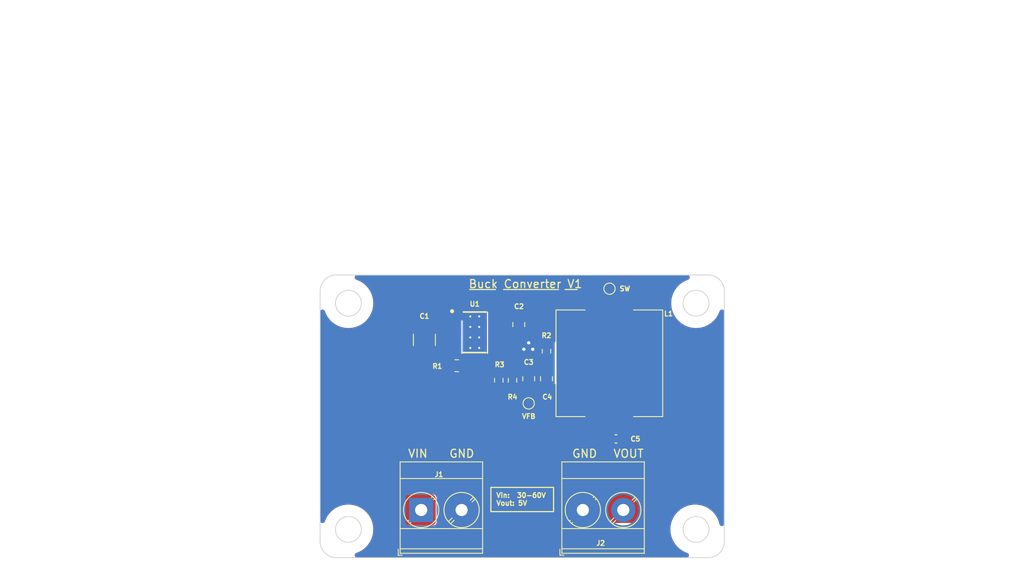
<source format=kicad_pcb>
(kicad_pcb (version 20221018) (generator pcbnew)
  (layers (0 "F.Cu" signal) (31 "B.Cu" signal) (34 "B.Paste" user) (35 "F.Paste" user) (36 "B.SilkS" user "B.Silkscreen") (37 "F.SilkS" user "F.Silkscreen") (38 "B.Mask" user) (39 "F.Mask" user) (44 "Edge.Cuts" user))
  (net 0 "")
  (net 1 "Net-(U1-SW)")
  (net 2 "Net-(U1-BST)")
  (net 3 "+5V")
  (net 4 "Net-(C3-Pad2)")
  (net 5 "Net-(U1-FB)")
  (net 6 "GND")
  (net 7 "VCC")
  (net 8 "Net-(U1-RON)")
  (footprint "1-Capacitor:C_0805_2012Metric" (layer "F.Cu") (at 161.1 120.85 90)
    (fp_text reference "C3" (at 2.05 -2.2 180) (layer "F.SilkS") (effects (font (size 0.6 0.6) (thickness 0.14))))
    (fp_text value "2.2nF 50V" hide)
    (fp_line (start -0.261252 -0.735) (end 0.261252 -0.735) (stroke (width 0.12)) (layer "F.SilkS"))
    (fp_line (start -0.261252 0.735) (end 0.261252 0.735) (stroke (width 0.12)) (layer "F.SilkS"))
    (pad "1" smd roundrect (at -0.95 0 90) (size 1 1.45) (layers "F.Cu" "F.Paste" "F.Mask") (net 3 "+5V"))
    (pad "2" smd roundrect (at 0.95 0 90) (size 1 1.45) (layers "F.Cu" "F.Paste" "F.Mask") (net 4 "Net-(C3-Pad2)"))
  )
  (footprint "1-Inductor:DR127" (layer "F.Cu") (at 168.875002 118.934999 -90)
    (fp_text reference "L1" (at -6.134999 -7.324998 -180) (layer "F.SilkS") (effects (font (size 0.6 0.6) (thickness 0.14))))
    (fp_text value "SMDRI127-331MT")
    (fp_line (start -6.6 -6.6) (end 6.6 -6.6) (stroke (width 0.12)) (layer "F.SilkS"))
    (fp_line (start -6.6 -3) (end -6.6 -6.6) (stroke (width 0.12)) (layer "F.SilkS"))
    (fp_line (start -6.6 6.6) (end -6.6 3) (stroke (width 0.12)) (layer "F.SilkS"))
    (fp_line (start 6.6 -6.6) (end 6.6 -3) (stroke (width 0.12)) (layer "F.SilkS"))
    (fp_line (start 6.6 3) (end 6.6 6.6) (stroke (width 0.12)) (layer "F.SilkS"))
    (fp_line (start 6.6 6.6) (end -6.6 6.6) (stroke (width 0.12)) (layer "F.SilkS"))
    (pad "1" smd rect (at -5.5 0 270) (size 3.9 5.4) (layers "F.Cu" "F.Paste" "F.Mask") (net 1 "Net-(U1-SW)"))
    (pad "2" smd rect (at 5.5 0 270) (size 3.9 5.4) (layers "F.Cu" "F.Paste" "F.Mask") (net 3 "+5V"))
  )
  (footprint "1-Terminal-Block:AK700-DG129-1x02_P5.00mm" (layer "F.Cu") (at 145.6 137.1)
    (fp_text reference "J1" (at 2.2 -4.4) (layer "F.SilkS") (effects (font (size 0.6 0.6) (thickness 0.14))))
    (fp_text value "IN")
    (fp_line (start -2.84 4.86) (end -2.84 5.6) (stroke (width 0.12)) (layer "F.SilkS"))
    (fp_line (start -2.84 5.6) (end -2.34 5.6) (stroke (width 0.12)) (layer "F.SilkS"))
    (fp_line (start -2.6 -5.96) (end -2.6 5.36) (stroke (width 0.12)) (layer "F.SilkS"))
    (fp_line (start -2.6 -5.96) (end 7.6 -5.96) (stroke (width 0.12)) (layer "F.SilkS"))
    (fp_line (start -2.6 -3.9) (end 7.6 -3.9) (stroke (width 0.12)) (layer "F.SilkS"))
    (fp_line (start -2.6 2.3) (end 7.6 2.3) (stroke (width 0.12)) (layer "F.SilkS"))
    (fp_line (start -2.6 4.8) (end 7.6 4.8) (stroke (width 0.12)) (layer "F.SilkS"))
    (fp_line (start -2.6 5.36) (end 7.6 5.36) (stroke (width 0.12)) (layer "F.SilkS"))
    (fp_line (start -1.548 1.281) (end -1.654 1.388) (stroke (width 0.12)) (layer "F.SilkS"))
    (fp_line (start -1.282 1.547) (end -1.388 1.654) (stroke (width 0.12)) (layer "F.SilkS"))
    (fp_line (start 1.388 -1.654) (end 1.281 -1.547) (stroke (width 0.12)) (layer "F.SilkS"))
    (fp_line (start 1.654 -1.388) (end 1.547 -1.281) (stroke (width 0.12)) (layer "F.SilkS"))
    (fp_line (start 3.822 0.992) (end 3.427 1.388) (stroke (width 0.12)) (layer "F.SilkS"))
    (fp_line (start 4.073 1.274) (end 3.693 1.654) (stroke (width 0.12)) (layer "F.SilkS"))
    (fp_line (start 6.468 -1.59) (end 6.088 -1.21) (stroke (width 0.12)) (layer "F.SilkS"))
    (fp_line (start 6.6975 -1.388) (end 6.3025 -0.992) (stroke (width 0.12)) (layer "F.SilkS"))
    (fp_line (start 7.6 -5.96) (end 7.6 5.36) (stroke (width 0.12)) (layer "F.SilkS"))
    (fp_circle (center 0 0) (end 2.18 0) (stroke (width 0.12)) (fill none) (layer "F.SilkS"))
    (fp_circle (center 5 0) (end 7.18 0) (stroke (width 0.12)) (fill none) (layer "F.SilkS"))
    (pad "1" thru_hole rect (at 0 0) (size 3 3) (drill 1.5) (layers "*.Cu" "*.Mask") (net 7 "VCC"))
    (pad "2" thru_hole circle (at 5 0) (size 3 3) (drill 1.5) (layers "*.Cu" "*.Mask") (net 6 "GND"))
  )
  (footprint "1-Terminal-Block:AK700-DG129-1x02_P5.00mm" (layer "F.Cu") (at 165.6 137.1)
    (fp_text reference "J2" (at 2.2 4.1) (layer "F.SilkS") (effects (font (size 0.6 0.6) (thickness 0.14))))
    (fp_text value "Out")
    (fp_line (start -2.84 4.86) (end -2.84 5.6) (stroke (width 0.12)) (layer "F.SilkS"))
    (fp_line (start -2.84 5.6) (end -2.34 5.6) (stroke (width 0.12)) (layer "F.SilkS"))
    (fp_line (start -2.6 -5.96) (end -2.6 5.36) (stroke (width 0.12)) (layer "F.SilkS"))
    (fp_line (start -2.6 -5.96) (end 7.6 -5.96) (stroke (width 0.12)) (layer "F.SilkS"))
    (fp_line (start -2.6 -3.9) (end 7.6 -3.9) (stroke (width 0.12)) (layer "F.SilkS"))
    (fp_line (start -2.6 2.3) (end 7.6 2.3) (stroke (width 0.12)) (layer "F.SilkS"))
    (fp_line (start -2.6 4.8) (end 7.6 4.8) (stroke (width 0.12)) (layer "F.SilkS"))
    (fp_line (start -2.6 5.36) (end 7.6 5.36) (stroke (width 0.12)) (layer "F.SilkS"))
    (fp_line (start -1.548 1.281) (end -1.654 1.388) (stroke (width 0.12)) (layer "F.SilkS"))
    (fp_line (start -1.282 1.547) (end -1.388 1.654) (stroke (width 0.12)) (layer "F.SilkS"))
    (fp_line (start 1.388 -1.654) (end 1.281 -1.547) (stroke (width 0.12)) (layer "F.SilkS"))
    (fp_line (start 1.654 -1.388) (end 1.547 -1.281) (stroke (width 0.12)) (layer "F.SilkS"))
    (fp_line (start 3.822 0.992) (end 3.427 1.388) (stroke (width 0.12)) (layer "F.SilkS"))
    (fp_line (start 4.073 1.274) (end 3.693 1.654) (stroke (width 0.12)) (layer "F.SilkS"))
    (fp_line (start 6.468 -1.59) (end 6.088 -1.21) (stroke (width 0.12)) (layer "F.SilkS"))
    (fp_line (start 6.6975 -1.388) (end 6.3025 -0.992) (stroke (width 0.12)) (layer "F.SilkS"))
    (fp_line (start 7.6 -5.96) (end 7.6 5.36) (stroke (width 0.12)) (layer "F.SilkS"))
    (fp_circle (center 0 0) (end 2.18 0) (stroke (width 0.12)) (fill none) (layer "F.SilkS"))
    (fp_circle (center 5 0) (end 7.18 0) (stroke (width 0.12)) (fill none) (layer "F.SilkS"))
    (pad "1" thru_hole rect (at 0 0) (size 3 3) (drill 1.5) (layers "*.Cu" "*.Mask") (net 6 "GND"))
    (pad "2" thru_hole circle (at 5 0) (size 3 3) (drill 1.5) (layers "*.Cu" "*.Mask") (net 3 "+5V"))
  )
  (footprint "1-Resistor:R_0805_2012Metric" (layer "F.Cu") (at 150 119.234999)
    (fp_text reference "R1" (at -2.4 0.065001 180) (layer "F.SilkS") (effects (font (size 0.6 0.6) (thickness 0.14))))
    (fp_text value "43k" hide)
    (fp_line (start -0.227064 -0.735) (end 0.227064 -0.735) (stroke (width 0.12)) (layer "F.SilkS"))
    (fp_line (start -0.227064 0.735) (end 0.227064 0.735) (stroke (width 0.12)) (layer "F.SilkS"))
    (pad "1" smd roundrect (at -0.9125 0) (size 1.025 1.4) (layers "F.Cu" "F.Paste" "F.Mask") (roundrect_rratio 0.243902439) (net 8 "Net-(U1-RON)"))
    (pad "2" smd roundrect (at 0.9125 0) (size 1.025 1.4) (layers "F.Cu" "F.Paste" "F.Mask") (roundrect_rratio 0.243902439) (net 6 "GND"))
  )
  (footprint "1-Capacitor:C_1210_3225Metric_Mod" (layer "F.Cu") (at 146 116.034999 -90)
    (fp_text reference "C1" (at -2.934999 0 -180) (layer "F.SilkS") (effects (font (size 0.6 0.6) (thickness 0.14))))
    (fp_text value "2.2uF 100V" hide)
    (fp_line (start -0.711252 -1.36) (end 0.711252 -1.36) (stroke (width 0.12)) (layer "F.SilkS"))
    (fp_line (start -0.711252 1.36) (end 0.711252 1.36) (stroke (width 0.12)) (layer "F.SilkS"))
    (pad "1" smd roundrect (at -1.5 0 270) (size 1.5 2.7) (layers "F.Cu" "F.Paste" "F.Mask") (roundrect_rratio 0.2173913333) (net 7 "VCC"))
    (pad "2" smd roundrect (at 1.5 0 270) (size 1.54 2.7) (layers "F.Cu" "F.Paste" "F.Mask") (roundrect_rratio 0.2173909091) (net 6 "GND"))
  )
  (footprint "1-Resistor:R_0603_1608Metric" (layer "F.Cu") (at 161.1 117.434999 -90)
    (fp_text reference "R2" (at -1.934999 0 -180) (layer "F.SilkS") (effects (font (size 0.6 0.6) (thickness 0.14))))
    (fp_text value "316k" hide)
    (fp_line (start -0.237258 -0.5225) (end 0.237258 -0.5225) (stroke (width 0.12)) (layer "F.SilkS"))
    (fp_line (start -0.237258 0.5225) (end 0.237258 0.5225) (stroke (width 0.12)) (layer "F.SilkS"))
    (pad "1" smd roundrect (at -0.825 0 270) (size 0.8 0.95) (layers "F.Cu" "F.Paste" "F.Mask") (net 1 "Net-(U1-SW)"))
    (pad "2" smd roundrect (at 0.825 0 270) (size 0.8 0.95) (layers "F.Cu" "F.Paste" "F.Mask") (net 4 "Net-(C3-Pad2)"))
  )
  (footprint "1-Resistor:R_0603_1608Metric" (layer "F.Cu") (at 155.2 121.034999 -90)
    (fp_text reference "R4" (at 2.065001 -1.7 -180) (layer "F.SilkS") (effects (font (size 0.6 0.6) (thickness 0.14))))
    (fp_text value "100k" hide)
    (fp_line (start -0.237258 -0.5225) (end 0.237258 -0.5225) (stroke (width 0.12)) (layer "F.SilkS"))
    (fp_line (start -0.237258 0.5225) (end 0.237258 0.5225) (stroke (width 0.12)) (layer "F.SilkS"))
    (pad "1" smd roundrect (at -0.825 0 270) (size 0.8 0.95) (layers "F.Cu" "F.Paste" "F.Mask") (net 5 "Net-(U1-FB)"))
    (pad "2" smd roundrect (at 0.825 0 270) (size 0.8 0.95) (layers "F.Cu" "F.Paste" "F.Mask") (net 6 "GND"))
  )
  (footprint "1-Resistor:R_0603_1608Metric" (layer "F.Cu") (at 156.9 121.034999 90)
    (fp_text reference "R3" (at 1.934999 -1.6 180) (layer "F.SilkS") (effects (font (size 0.6 0.6) (thickness 0.14))))
    (fp_text value "316k" hide)
    (fp_line (start -0.237258 -0.5225) (end 0.237258 -0.5225) (stroke (width 0.12)) (layer "F.SilkS"))
    (fp_line (start -0.237258 0.5225) (end 0.237258 0.5225) (stroke (width 0.12)) (layer "F.SilkS"))
    (pad "1" smd roundrect (at -0.825 0 90) (size 0.8 0.95) (layers "F.Cu" "F.Paste" "F.Mask") (net 3 "+5V"))
    (pad "2" smd roundrect (at 0.825 0 90) (size 0.8 0.95) (layers "F.Cu" "F.Paste" "F.Mask") (net 5 "Net-(U1-FB)"))
  )
  (footprint "TestPoint:TestPoint_Pad_D1.0mm" (layer "F.Cu") (at 168.9 109.7 -90)
    (fp_text reference "TP2" hide)
    (fp_text value "SW" (at 0 -1.9 -180) (layer "F.SilkS") (effects (font (size 0.6 0.6) (thickness 0.14))))
    (fp_circle (center 0 0) (end 0 0.7) (stroke (width 0.12)) (fill none) (layer "F.SilkS"))
    (pad "1" smd circle (at 0 0 270) (size 1 1) (layers "F.Cu" "F.Mask") (net 1 "Net-(U1-SW)"))
  )
  (footprint "1-Package_SO:DDA0008E_M" (layer "F.Cu") (at 152.225001 115.085)
    (fp_text reference "U1" (at 0 -3.485 unlocked) (layer "F.SilkS") (effects (font (size 0.6 0.6) (thickness 0.14))))
    (fp_text value "LM5163")
    (fp_line (start -1.4 -2.5) (end 1.4 -2.5) (stroke (width 0.2)) (layer "F.SilkS"))
    (fp_line (start -1.4 2.524999) (end 1.4 2.524999) (stroke (width 0.2)) (layer "F.SilkS"))
    (fp_circle (center -2.8 -2.6) (end -2.6 -2.6) (stroke (width 0.1)) (fill solid) (layer "F.SilkS"))
    (pad "1" smd rect (at -2.825001 -1.905 90) (size 0.650001 1.649999) (layers "F.Cu" "F.Paste" "F.Mask") (net 6 "GND"))
    (pad "2" smd rect (at -2.825001 -0.635 90) (size 0.650001 1.649999) (layers "F.Cu" "F.Paste" "F.Mask") (net 7 "VCC"))
    (pad "3" smd rect (at -2.825001 0.635 90) (size 0.650001 1.649999) (layers "F.Cu" "F.Paste" "F.Mask") (net 7 "VCC"))
    (pad "4" smd rect (at -2.825001 1.905 90) (size 0.650001 1.649999) (layers "F.Cu" "F.Paste" "F.Mask") (net 8 "Net-(U1-RON)"))
    (pad "5" smd rect (at 2.824998 1.905 90) (size 0.650001 1.649999) (layers "F.Cu" "F.Paste" "F.Mask") (net 5 "Net-(U1-FB)"))
    (pad "6" smd rect (at 2.824998 0.635 90) (size 0.650001 1.649999) (layers "F.Cu" "F.Paste" "F.Mask"))
    (pad "7" smd rect (at 2.824998 -0.635 90) (size 0.650001 1.649999) (layers "F.Cu" "F.Paste" "F.Mask") (net 2 "Net-(U1-BST)"))
    (pad "8" smd rect (at 2.824998 -1.905 90) (size 0.650001 1.649999) (layers "F.Cu" "F.Paste" "F.Mask") (net 1 "Net-(U1-SW)"))
    (pad "9" smd rect (at 0 0) (size 2.949999 4.900001) (layers "F.Cu") (net 6 "GND"))
    (pad "10" thru_hole circle (at -0.549999 -0.650001) (size 0.6 0.6) (drill 0.25) (layers "*.Cu" "*.Mask") (net 6 "GND"))
    (pad "11" thru_hole circle (at 0.550001 -0.650001) (size 0.6 0.6) (drill 0.25) (layers "*.Cu" "*.Mask") (net 6 "GND"))
    (pad "12" thru_hole circle (at -0.549999 0.650001) (size 0.6 0.6) (drill 0.25) (layers "*.Cu" "*.Mask") (net 6 "GND"))
    (pad "13" thru_hole circle (at 0.550001 0.650001) (size 0.6 0.6) (drill 0.25) (layers "*.Cu" "*.Mask") (net 6 "GND"))
    (pad "14" thru_hole circle (at 0.550001 -1.950001) (size 0.6 0.6) (drill 0.25) (layers "*.Cu" "*.Mask") (net 6 "GND"))
    (pad "15" thru_hole circle (at -0.549999 -1.950001) (size 0.6 0.6) (drill 0.25) (layers "*.Cu" "*.Mask") (net 6 "GND"))
    (pad "16" thru_hole circle (at -0.549999 1.950001) (size 0.6 0.6) (drill 0.25) (layers "*.Cu" "*.Mask") (net 6 "GND"))
    (pad "17" thru_hole circle (at 0.550001 1.950001) (size 0.6 0.6) (drill 0.25) (layers "*.Cu" "*.Mask") (net 6 "GND"))
  )
  (footprint "1-Capacitor:C_0805_2012Metric" (layer "F.Cu") (at 157.675002 114.134999 -90)
    (fp_text reference "C2" (at -2.234999 -0.024998 -180) (layer "F.SilkS") (effects (font (size 0.6 0.6) (thickness 0.14))))
    (fp_text value "2.2nF 50V" hide)
    (fp_line (start -0.261252 -0.735) (end 0.261252 -0.735) (stroke (width 0.12)) (layer "F.SilkS"))
    (fp_line (start -0.261252 0.735) (end 0.261252 0.735) (stroke (width 0.12)) (layer "F.SilkS"))
    (pad "1" smd roundrect (at -0.95 0 270) (size 1 1.45) (layers "F.Cu" "F.Paste" "F.Mask") (net 1 "Net-(U1-SW)"))
    (pad "2" smd roundrect (at 0.95 0 270) (size 1 1.45) (layers "F.Cu" "F.Paste" "F.Mask") (net 2 "Net-(U1-BST)"))
  )
  (footprint "TestPoint:TestPoint_Pad_D1.0mm" (layer "F.Cu") (at 158.9 123.9 -90)
    (fp_text reference "TP1" hide)
    (fp_text value "VFB" (at 1.6 0 -180) (layer "F.SilkS") (effects (font (size 0.6 0.6) (thickness 0.14))))
    (fp_circle (center 0 0) (end 0 0.7) (stroke (width 0.12)) (fill none) (layer "F.SilkS"))
    (pad "1" smd circle (at 0 0 270) (size 1 1) (layers "F.Cu" "F.Mask") (net 5 "Net-(U1-FB)"))
  )
  (footprint "1-Capacitor:C_0805_2012Metric" (layer "F.Cu") (at 158.9 120.85 -90)
    (fp_text reference "C4" (at 2.25 -2.3 -180) (layer "F.SilkS") (effects (font (size 0.6 0.6) (thickness 0.14))))
    (fp_text value "56pF 50V" hide)
    (fp_line (start -0.261252 -0.735) (end 0.261252 -0.735) (stroke (width 0.12)) (layer "F.SilkS"))
    (fp_line (start -0.261252 0.735) (end 0.261252 0.735) (stroke (width 0.12)) (layer "F.SilkS"))
    (pad "1" smd roundrect (at -0.95 0 270) (size 1 1.45) (layers "F.Cu" "F.Paste" "F.Mask") (net 4 "Net-(C3-Pad2)"))
    (pad "2" smd roundrect (at 0.95 0 270) (size 1 1.45) (layers "F.Cu" "F.Paste" "F.Mask") (net 5 "Net-(U1-FB)"))
  )
  (footprint "1-Capacitor:C_0603_1608Metric" (layer "F.Cu") (at 169.7 128.3 180)
    (fp_text reference "C5" (at -2.4 0) (layer "F.SilkS") (effects (font (size 0.6 0.6) (thickness 0.14))))
    (fp_text value "2.2uF 16V" hide)
    (fp_line (start -0.14058 -0.51) (end 0.14058 -0.51) (stroke (width 0.12)) (layer "F.SilkS"))
    (fp_line (start -0.14058 0.51) (end 0.14058 0.51) (stroke (width 0.12)) (layer "F.SilkS"))
    (pad "1" smd roundrect (at -0.775 0 180) (size 0.9 0.95) (layers "F.Cu" "F.Paste" "F.Mask") (net 3 "+5V"))
    (pad "2" smd roundrect (at 0.775 0 180) (size 0.9 0.95) (layers "F.Cu" "F.Paste" "F.Mask") (net 6 "GND"))
  )
  (gr_line (start 163.4 109.8) (end 164.9 109.8) (stroke (width 0.15)) (layer "F.SilkS"))
  (gr_line (start 155.8 109.8) (end 162.6 109.8) (stroke (width 0.15)) (layer "F.SilkS"))
  (gr_rect (start 154.225 134.3) (end 161.975 137.3) (stroke (width 0.15)) (fill none) (layer "F.SilkS"))
  (gr_line (start 151.6 109.8) (end 154.8 109.8) (stroke (width 0.15)) (layer "F.SilkS"))
  (gr_circle (center 136.6 139.5) (end 138.2 139.5) (stroke (width 0.1)) (fill none) (layer "Edge.Cuts"))
  (gr_circle (center 179.6 139.5) (end 181.2 139.5) (stroke (width 0.1)) (fill none) (layer "Edge.Cuts"))
  (gr_arc (start 133.1 110) (mid 133.685786 108.585786) (end 135.1 108) (stroke (width 0.1)) (layer "Edge.Cuts"))
  (gr_line (start 183.1 141) (end 183.1 110) (stroke (width 0.1)) (layer "Edge.Cuts"))
  (gr_circle (center 136.6 111.5) (end 138.2 111.5) (stroke (width 0.1)) (fill none) (layer "Edge.Cuts"))
  (gr_line (start 181.1 108) (end 135.1 108) (stroke (width 0.1)) (layer "Edge.Cuts"))
  (gr_arc (start 181.1 108) (mid 182.514214 108.585786) (end 183.1 110) (stroke (width 0.1)) (layer "Edge.Cuts"))
  (gr_arc (start 135.1 143) (mid 133.685786 142.414214) (end 133.1 141) (stroke (width 0.1)) (layer "Edge.Cuts"))
  (gr_circle (center 179.6 111.5) (end 181.2 111.5) (stroke (width 0.1)) (fill none) (layer "Edge.Cuts"))
  (gr_arc (start 183.1 141) (mid 182.514214 142.414214) (end 181.1 143) (stroke (width 0.1)) (layer "Edge.Cuts"))
  (gr_line (start 133.1 110) (end 133.1 141) (stroke (width 0.1)) (layer "Edge.Cuts"))
  (gr_line (start 135.1 143) (end 181.1 143) (stroke (width 0.1)) (layer "Edge.Cuts"))
  (gr_text "VOUT" (at 169.3 130.7) (layer "F.SilkS") (effects (font (size 1 1)) (justify left bottom)))
  (gr_text "Buck Converter V1\n" (at 151.4 109.7) (layer "F.SilkS") (effects (font (size 1 1)) (justify left bottom)))
  (gr_text "VIN" (at 143.9 130.7) (layer "F.SilkS") (effects (font (size 1 1)) (justify left bottom)))
  (gr_text "GND" (at 164.2 130.7) (layer "F.SilkS") (effects (font (size 1 1)) (justify left bottom)))
  (gr_text "GND" (at 149 130.7) (layer "F.SilkS") (effects (font (size 1 1)) (justify left bottom)))
  (gr_text "\nVin:  30-60V\nVout: 5V" (at 154.825 136.6) (layer "F.SilkS") (effects (font (size 0.6 0.6) (thickness 0.14) bold) (justify left bottom)))
  (segment (start 161.9 114.7) (end 165.6 114.7) (width 0.5) (layer "F.Cu") (net 1))
  (segment (start 165.6 114.7) (end 166.865001 113.434999) (width 0.5) (layer "F.Cu") (net 1))
  (segment (start 161.1 115.5) (end 161.9 114.7) (width 0.5) (layer "F.Cu") (net 1))
  (segment (start 167.610001 114.7) (end 168.875002 113.434999) (width 0.3) (layer "F.Cu") (net 1))
  (segment (start 168.9 109.7) (end 168.9 113.410001) (width 0.3) (layer "F.Cu") (net 1))
  (segment (start 161.1 116.609999) (end 161.1 115.5) (width 0.5) (layer "F.Cu") (net 1))
  (segment (start 168.9 113.410001) (end 168.875002 113.434999) (width 0.3) (layer "F.Cu") (net 1))
  (segment (start 166.865001 113.434999) (end 168.875002 113.434999) (width 0.5) (layer "F.Cu") (net 1))
  (segment (start 155.049999 114.45) (end 156.25 114.45) (width 0.6) (layer "F.Cu") (net 2))
  (segment (start 156.884999 115.084999) (end 157.675002 115.084999) (width 0.6) (layer "F.Cu") (net 2))
  (segment (start 156.25 114.45) (end 156.884999 115.084999) (width 0.6) (layer "F.Cu") (net 2))
  (segment (start 161.1 123.969998) (end 161.1 121.8) (width 0.5) (layer "F.Cu") (net 3))
  (segment (start 161.365001 124.434999) (end 161.565001 124.434999) (width 0.5) (layer "F.Cu") (net 3))
  (segment (start 156.9 125) (end 157.8 125.9) (width 0.5) (layer "F.Cu") (net 3))
  (segment (start 161.565001 124.434999) (end 161.1 123.969998) (width 0.5) (layer "F.Cu") (net 3))
  (segment (start 156.9 121.859999) (end 156.9 125) (width 0.5) (layer "F.Cu") (net 3))
  (segment (start 161.565001 124.434999) (end 168.875002 124.434999) (width 0.5) (layer "F.Cu") (net 3))
  (segment (start 159.9 125.9) (end 161.365001 124.434999) (width 0.5) (layer "F.Cu") (net 3))
  (segment (start 157.8 125.9) (end 159.9 125.9) (width 0.5) (layer "F.Cu") (net 3))
  (segment (start 158.9 119.9) (end 161.1 119.9) (width 0.5) (layer "F.Cu") (net 4))
  (segment (start 161.1 119.9) (end 161.1 118.259999) (width 0.5) (layer "F.Cu") (net 4))
  (segment (start 156.59 116.99) (end 156.9 117.3) (width 0.6) (layer "F.Cu") (net 5))
  (segment (start 157.109999 120.209999) (end 158.7 121.8) (width 0.3) (layer "F.Cu") (net 5))
  (segment (start 155.2 120.209999) (end 156.9 120.209999) (width 0.6) (layer "F.Cu") (net 5))
  (segment (start 155.049999 116.99) (end 156.59 116.99) (width 0.6) (layer "F.Cu") (net 5))
  (segment (start 156.9 117.3) (end 156.9 120.209999) (width 0.6) (layer "F.Cu") (net 5))
  (segment (start 158.7 121.8) (end 158.9 121.8) (width 0.3) (layer "F.Cu") (net 5))
  (segment (start 158.9 123.9) (end 158.9 121.8) (width 0.3) (layer "F.Cu") (net 5))
  (segment (start 156.9 120.209999) (end 157.109999 120.209999) (width 0.3) (layer "F.Cu") (net 5))
  (segment (start 149.4 113.18) (end 151.630001 113.18) (width 0.3) (layer "F.Cu") (net 6))
  (segment (start 151.675002 117.035001) (end 151.675002 118.472497) (width 0.3) (layer "F.Cu") (net 6))
  (segment (start 151.630001 113.18) (end 151.675002 113.134999) (width 0.3) (layer "F.Cu") (net 6))
  (segment (start 151.675002 118.472497) (end 150.9125 119.234999) (width 0.3) (layer "F.Cu") (net 6))
  (via (at 159.4 117.2) (size 0.8) (drill 0.4) (layers "F.Cu" "B.Cu") (net 6))
  (via (at 158.3 117.2) (size 0.8) (drill 0.4) (layers "F.Cu" "B.Cu") (net 6))
  (via (at 158.9 116.4) (size 0.8) (drill 0.4) (layers "F.Cu" "B.Cu") (net 6))
  (zone (net 8) (net_name "Net-(U1-RON)") (layer "F.Cu") (priority 1) (connect_pads yes (clearance 0)) (min_thickness 0.25) (fill yes (thermal_gap 0.5) (thermal_bridge_width 0.5) (smoothing fillet) (radius 0.2))
    (polygon (pts (xy 148.4 116.5) (xy 148.4 120.2) (xy 149.7 120.2) (xy 149.7 118.2) (xy 150.3 117.6) (xy 150.3 116.5)))
  )
  (zone (net 3) (net_name "+5V") (layer "F.Cu") (priority 3) (connect_pads yes (clearance 0)) (min_thickness 0.25) (fill yes (thermal_gap 0.5) (thermal_bridge_width 0.5) (smoothing fillet) (radius 0.2))
    (polygon (pts (xy 162.4 122.1) (xy 175.3 122.1) (xy 175.4 122.2) (xy 175.4 127.1) (xy 171.2 127.1) (xy 171.2 134.6) (xy 172.6 134.6) (xy 172.6 138.7) (xy 168.6 138.7) (xy 168.6 134.5) (xy 169.7 134.5) (xy 169.9 134.3) (xy 169.9 127.1) (xy 162.4 127.1)))
  )
  (zone (net 7) (net_name "VCC") (layer "F.Cu") (priority 2) (connect_pads yes (clearance 0)) (min_thickness 0.25) (fill yes (thermal_gap 0.3) (thermal_bridge_width 0.3) (smoothing fillet) (radius 0.5))
    (polygon (pts (xy 147.4 139) (xy 142.5 139) (xy 139.1 135.6) (xy 139.1 115.9) (xy 141.2 113.8) (xy 150.4 113.8) (xy 150.5 113.9) (xy 150.5 116.1) (xy 148.3 116.1) (xy 147.6 115.4) (xy 142.6 115.4) (xy 141.7 116.3) (xy 141.7 134) (xy 142.9 135.2) (xy 147.4 135.2)))
  )
  (zone (net 1) (net_name "Net-(U1-SW)") (layer "F.Cu") (priority 2) (connect_pads yes (clearance 0)) (min_thickness 0.25) (fill yes (thermal_gap 0.3) (thermal_bridge_width 0.34) (smoothing fillet) (radius 0.2))
    (polygon (pts (xy 154.1 113.6) (xy 156.6 113.6) (xy 156.8 113.8) (xy 162.4 113.8) (xy 162.4 115.9) (xy 175.1 115.9) (xy 175.1 110.9) (xy 162.4 110.9) (xy 162.4 112.3) (xy 154.1 112.3)))
  )
  (zone (net 6) (net_name "GND") (layers "F&B.Cu") (priority 1) (connect_pads yes (clearance 0.4)) (min_thickness 0.6) (fill yes (thermal_gap 0.6) (thermal_bridge_width 0.6))
    (polygon (pts (xy 132.7 107.6) (xy 132.7 143.6) (xy 183.5 143.6) (xy 183.5 107.6)))
  )
)
</source>
